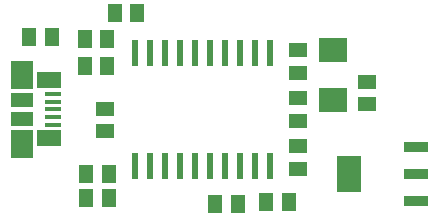
<source format=gtp>
G04 Layer_Color=8421504*
%FSLAX24Y24*%
%MOIN*%
G70*
G01*
G75*
%ADD10R,0.0512X0.0591*%
%ADD11R,0.0827X0.0335*%
%ADD12R,0.0827X0.1220*%
%ADD13R,0.0236X0.0866*%
%ADD14R,0.0236X0.0866*%
%ADD15R,0.0945X0.0827*%
%ADD16R,0.0591X0.0512*%
%ADD17R,0.0827X0.0583*%
%ADD18R,0.0543X0.0177*%
%ADD19R,0.0748X0.0465*%
%ADD20R,0.0748X0.0937*%
D10*
X-12774Y2400D02*
D03*
X-12026D02*
D03*
X-4126Y-3100D02*
D03*
X-4874D02*
D03*
X-10924Y2350D02*
D03*
X-10176D02*
D03*
X-10126Y-2950D02*
D03*
X-10874D02*
D03*
Y-2150D02*
D03*
X-10126D02*
D03*
X-10924Y1450D02*
D03*
X-10176D02*
D03*
X-5827Y-3150D02*
D03*
X-6575D02*
D03*
X-9176Y3200D02*
D03*
X-9924D02*
D03*
D11*
X122Y-3056D02*
D03*
Y-2150D02*
D03*
Y-1244D02*
D03*
D12*
X-2122Y-2150D02*
D03*
D13*
X-4750Y1890D02*
D03*
X-5250D02*
D03*
X-5750D02*
D03*
X-6250D02*
D03*
X-6750D02*
D03*
X-7250D02*
D03*
X-7750D02*
D03*
X-8250D02*
D03*
X-8750D02*
D03*
X-9250D02*
D03*
Y-1890D02*
D03*
D14*
X-4750D02*
D03*
X-5250D02*
D03*
X-5750D02*
D03*
X-6250D02*
D03*
X-6750D02*
D03*
X-7250D02*
D03*
X-7750D02*
D03*
X-8250D02*
D03*
X-8750D02*
D03*
D15*
X-2650Y304D02*
D03*
Y1996D02*
D03*
D16*
X-1500Y176D02*
D03*
Y924D02*
D03*
X-3800Y-374D02*
D03*
Y374D02*
D03*
Y-1974D02*
D03*
Y-1226D02*
D03*
Y1226D02*
D03*
Y1974D02*
D03*
X-10250Y24D02*
D03*
Y-724D02*
D03*
D17*
X-12118Y969D02*
D03*
Y-969D02*
D03*
D18*
X-11976Y256D02*
D03*
Y512D02*
D03*
Y-512D02*
D03*
Y-256D02*
D03*
Y0D02*
D03*
D19*
X-13024Y330D02*
D03*
Y-330D02*
D03*
D20*
Y-1146D02*
D03*
Y1146D02*
D03*
M02*

</source>
